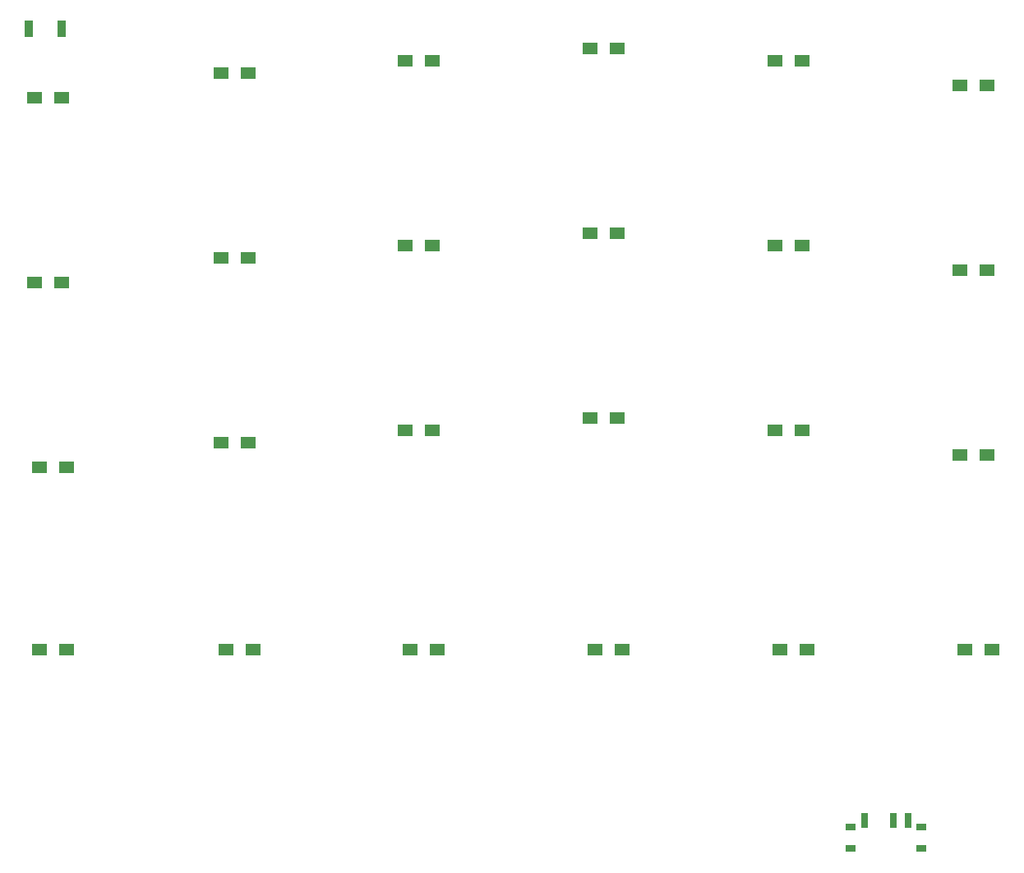
<source format=gbr>
G04 #@! TF.GenerationSoftware,KiCad,Pcbnew,5.1.9*
G04 #@! TF.CreationDate,2021-01-18T19:30:39-06:00*
G04 #@! TF.ProjectId,halfboard,68616c66-626f-4617-9264-2e6b69636164,rev?*
G04 #@! TF.SameCoordinates,Original*
G04 #@! TF.FileFunction,Paste,Top*
G04 #@! TF.FilePolarity,Positive*
%FSLAX46Y46*%
G04 Gerber Fmt 4.6, Leading zero omitted, Abs format (unit mm)*
G04 Created by KiCad (PCBNEW 5.1.9) date 2021-01-18 19:30:39*
%MOMM*%
%LPD*%
G01*
G04 APERTURE LIST*
%ADD10R,1.600000X1.200000*%
%ADD11R,0.900000X1.700000*%
%ADD12R,0.700000X1.500000*%
%ADD13R,1.000000X0.800000*%
G04 APERTURE END LIST*
D10*
G04 #@! TO.C, *
X145830303Y-53340000D03*
X143030303Y-53340000D03*
G04 #@! TD*
G04 #@! TO.C, *
X145830303Y-72390000D03*
X143030303Y-72390000D03*
G04 #@! TD*
G04 #@! TO.C, *
X145830303Y-91440000D03*
X143030303Y-91440000D03*
G04 #@! TD*
G04 #@! TO.C, *
X146338303Y-111490000D03*
X143538303Y-111490000D03*
G04 #@! TD*
G04 #@! TO.C, *
X127288303Y-111490000D03*
X124488303Y-111490000D03*
G04 #@! TD*
G04 #@! TO.C, *
X108238303Y-111490000D03*
X105438303Y-111490000D03*
G04 #@! TD*
G04 #@! TO.C, *
X89188303Y-111490000D03*
X86388303Y-111490000D03*
G04 #@! TD*
G04 #@! TO.C, *
X126780303Y-88900000D03*
X123980303Y-88900000D03*
G04 #@! TD*
G04 #@! TO.C, *
X126780303Y-69850000D03*
X123980303Y-69850000D03*
G04 #@! TD*
G04 #@! TO.C, *
X126780303Y-50800000D03*
X123980303Y-50800000D03*
G04 #@! TD*
G04 #@! TO.C, *
X107730303Y-49530000D03*
X104930303Y-49530000D03*
G04 #@! TD*
G04 #@! TO.C, *
X107730303Y-68580000D03*
X104930303Y-68580000D03*
G04 #@! TD*
G04 #@! TO.C, *
X107730303Y-87630000D03*
X104930303Y-87630000D03*
G04 #@! TD*
G04 #@! TO.C, *
X88680303Y-88900000D03*
X85880303Y-88900000D03*
G04 #@! TD*
G04 #@! TO.C, *
X88680303Y-69850000D03*
X85880303Y-69850000D03*
G04 #@! TD*
G04 #@! TO.C, *
X69687231Y-90170000D03*
X66887231Y-90170000D03*
G04 #@! TD*
G04 #@! TO.C, *
X70195231Y-111490000D03*
X67395231Y-111490000D03*
G04 #@! TD*
G04 #@! TO.C, *
X50930000Y-111490000D03*
X48130000Y-111490000D03*
G04 #@! TD*
G04 #@! TO.C, *
X50930000Y-92710000D03*
X48130000Y-92710000D03*
G04 #@! TD*
G04 #@! TO.C, *
X88680303Y-50800000D03*
X85880303Y-50800000D03*
G04 #@! TD*
G04 #@! TO.C, *
X69687231Y-52070000D03*
X66887231Y-52070000D03*
G04 #@! TD*
G04 #@! TO.C, *
X69687231Y-71120000D03*
X66887231Y-71120000D03*
G04 #@! TD*
G04 #@! TO.C, *
X50422000Y-73660000D03*
X47622000Y-73660000D03*
G04 #@! TD*
G04 #@! TO.C, *
X50422000Y-54610000D03*
X47622000Y-54610000D03*
G04 #@! TD*
D11*
G04 #@! TO.C, *
X47068000Y-47498000D03*
X50468000Y-47498000D03*
G04 #@! TD*
D12*
G04 #@! TO.C, *
X133132000Y-129126000D03*
X136132000Y-129126000D03*
X137632000Y-129126000D03*
D13*
X131732000Y-131986000D03*
X139032000Y-131986000D03*
X139032000Y-129776000D03*
X131732000Y-129776000D03*
G04 #@! TD*
M02*

</source>
